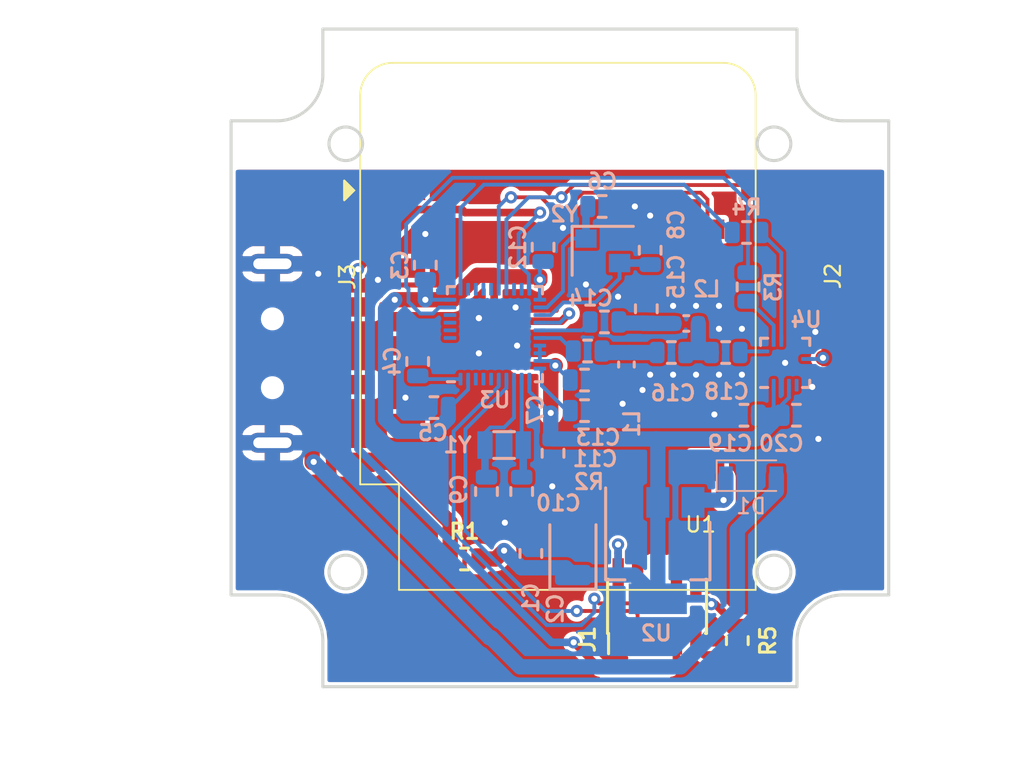
<source format=kicad_pcb>
(kicad_pcb (version 20171130) (host pcbnew 5.1.5-52549c5~86~ubuntu16.04.1)
  (layers (0 F.Cu signal) (31 B.Cu signal) (34 B.Paste user) (35 F.Paste user) (36 B.SilkS user) (37 F.SilkS user) (38 B.Mask user) (39 F.Mask user) (44 Edge.Cuts user))
  (net 0 "")
  (net 1 VCC)
  (net 2 GND)
  (net 3 "Net-(C4-Pad2)")
  (net 4 "Net-(C6-Pad2)")
  (net 5 "Net-(C8-Pad2)")
  (net 6 "Net-(C9-Pad2)")
  (net 7 "Net-(C10-Pad2)")
  (net 8 "Net-(C13-Pad2)")
  (net 9 "Net-(C13-Pad1)")
  (net 10 "Net-(C14-Pad2)")
  (net 11 "Net-(C14-Pad1)")
  (net 12 "Net-(C16-Pad2)")
  (net 13 "Net-(C18-Pad2)")
  (net 14 "Net-(J1-Pad10)")
  (net 15 "Net-(J1-Pad9)")
  (net 16 "Net-(J1-Pad8)")
  (net 17 /~RST)
  (net 18 "Net-(J1-Pad6)")
  (net 19 "Net-(J1-Pad5)")
  (net 20 /P2_1)
  (net 21 /P2_2)
  (net 22 "Net-(R1-Pad2)")
  (net 23 "Net-(R2-Pad2)")
  (net 24 /P1_1)
  (net 25 "Net-(R3-Pad1)")
  (net 26 /P1_0)
  (net 27 "Net-(R4-Pad1)")
  (net 28 /ESP_TX)
  (net 29 /ESP_RX)
  (net 30 "Net-(U1-Pad7)")
  (net 31 "Net-(U1-Pad6)")
  (net 32 "Net-(U1-Pad5)")
  (net 33 "Net-(U1-Pad4)")
  (net 34 "Net-(U1-Pad3)")
  (net 35 "Net-(U1-Pad1)")
  (net 36 "Net-(U1-Pad2)")
  (net 37 "Net-(U3-Pad38)")
  (net 38 "Net-(U3-Pad37)")
  (net 39 "Net-(U3-Pad36)")
  (net 40 "Net-(U3-Pad19)")
  (net 41 "Net-(U3-Pad18)")
  (net 42 "Net-(U3-Pad15)")
  (net 43 "Net-(U3-Pad14)")
  (net 44 "Net-(U3-Pad13)")
  (net 45 "Net-(U3-Pad12)")
  (net 46 "Net-(U3-Pad8)")
  (net 47 "Net-(U3-Pad7)")
  (net 48 "Net-(U3-Pad6)")
  (net 49 "Net-(U3-Pad5)")
  (net 50 "Net-(U4-Pad13)")
  (net 51 "Net-(J2-Pad1)")
  (net 52 "Net-(D1-Pad2)")
  (net 53 "Net-(D1-Pad1)")
  (net 54 "Net-(J3-Pad3)")
  (net 55 "Net-(J3-Pad2)")
  (module esp8266-cc2530:WEMOS_D1_mini_smt (layer F.Cu) (at 70.79 30.5)
    (fp_text reference U1 (at 20.76 21.85) (layer F.SilkS))
    (fp_text value WeMos_D1_mini)
    (pad 10 smd rect (at 24.51 15.24 90) (size 1.27 2.2) (layers F.Cu F.Paste F.Mask) (net 2 GND))
    (pad 12 smd rect (at 24.51 10.16 90) (size 1.27 2.2) (layers F.Cu F.Paste F.Mask) (net 2 GND))
    (pad 14 smd rect (at 24.51 5.08 90) (size 1.27 2.2) (layers F.Cu F.Paste F.Mask) (net 2 GND))
    (pad 9 smd rect (at 21.21 17.78 90) (size 1.27 2.2) (layers F.Cu F.Paste F.Mask) (net 53 "Net-(D1-Pad1)"))
    (pad 11 smd rect (at 21.21 12.7 90) (size 1.27 2.2) (layers F.Cu F.Paste F.Mask) (net 2 GND))
    (pad 13 smd rect (at 21.21 7.62 90) (size 1.27 2.2) (layers F.Cu F.Paste F.Mask) (net 2 GND))
    (pad 8 smd rect (at -1.65 17.78 90) (size 1.27 2.2) (layers F.Cu F.Paste F.Mask) (net 22 "Net-(R1-Pad2)"))
    (pad 6 smd rect (at -1.65 12.7 90) (size 1.27 2.2) (layers F.Cu F.Paste F.Mask) (net 31 "Net-(U1-Pad6)"))
    (pad 4 smd rect (at -1.65 7.62 90) (size 1.27 2.2) (layers F.Cu F.Paste F.Mask) (net 33 "Net-(U1-Pad4)"))
    (pad 7 smd rect (at 1.65 15.24 90) (size 1.27 2.2) (layers F.Cu F.Paste F.Mask) (net 30 "Net-(U1-Pad7)"))
    (pad 5 smd rect (at 1.65 10.16 90) (size 1.27 2.2) (layers F.Cu F.Paste F.Mask) (net 32 "Net-(U1-Pad5)"))
    (pad 3 smd rect (at 1.65 5.08 90) (size 1.27 2.2) (layers F.Cu F.Paste F.Mask) (net 34 "Net-(U1-Pad3)"))
    (pad 15 smd rect (at 21.21 2.54 90) (size 1.27 2.2) (layers F.Cu F.Paste F.Mask) (net 29 /ESP_RX))
    (pad 16 smd rect (at 24.51 0 90) (size 1.27 2.2) (layers F.Cu F.Paste F.Mask) (net 28 /ESP_TX))
    (pad 2 smd rect (at -1.65 2.54 90) (size 1.27 2.2) (layers F.Cu F.Paste F.Mask) (net 36 "Net-(U1-Pad2)"))
    (pad 1 smd rect (at 1.65 0 90) (size 1.27 2.2) (layers F.Cu F.Paste F.Mask) (net 35 "Net-(U1-Pad1)"))
  )
  (module esp8266-cc2530:Molex_48037-2200_USB-A (layer F.Cu) (at 63.55 41.15 270)
    (fp_text reference J3 (at -5 -4.9 90) (layer F.SilkS))
    (fp_text value USB_A)
    (pad 5 thru_hole oval (at -5.85 0 270) (size 1.3 3.2) (drill oval 0.7 2.5) (layers *.Cu *.Mask) (net 2 GND))
    (pad 5 thru_hole oval (at 5.85 0 270) (size 1.3 3.2) (drill oval 0.7 2.5) (layers *.Cu *.Mask) (net 2 GND))
    (pad "" np_thru_hole circle (at -2.25 0 270) (size 1.1 1.1) (drill 1.1) (layers *.Mask F.Cu))
    (pad "" np_thru_hole circle (at 2.25 0 270) (size 1.1 1.1) (drill 1.1) (layers *.Cu *.Mask))
    (pad 4 connect rect (at -3.5 -2.6 270) (size 1.2 2) (layers F.Cu F.Mask) (net 2 GND))
    (pad 3 connect rect (at -1 -2.6 270) (size 1.2 2) (layers F.Cu F.Mask) (net 54 "Net-(J3-Pad3)"))
    (pad 2 connect rect (at 1 -2.6 270) (size 1.2 2) (layers F.Cu F.Mask) (net 55 "Net-(J3-Pad2)"))
    (pad 1 connect rect (at 3.5 -2.6 270) (size 1.2 2) (layers F.Cu F.Mask) (net 52 "Net-(D1-Pad2)"))
  )
  (module Diode_SMD:D_SOD-123 (layer B.Cu) (at 94.85 49.15)
    (fp_text reference D1 (at 0 2) (layer B.SilkS) (effects (justify mirror)))
    (fp_text value B5819W)
    (pad 2 smd rect (at 1.65 0) (size 0.9 1.2) (layers B.Cu B.Paste B.Mask) (net 52 "Net-(D1-Pad2)"))
    (pad 1 smd rect (at -1.65 0) (size 0.9 1.2) (layers B.Cu B.Paste B.Mask) (net 53 "Net-(D1-Pad1)"))
  )
  (module Package_DFN_QFN:QFN-40-1EP_6x6mm_P0.5mm_EP4.6x4.6mm (layer B.Cu) (at 78.1 39.9)
    (fp_text reference U3 (at 0 4.3) (layer B.SilkS) (effects (font (thickness 0.2)) (justify mirror)))
    (fp_text value CC2530Fxxx)
    (pad 41 smd roundrect (at 0 0) (size 4.6 4.6) (layers B.Cu B.Mask) (roundrect_rratio 0.054348) (net 2 GND))
    (pad 1 smd roundrect (at -2.9375 2.25) (size 0.825 0.25) (layers B.Cu B.Paste B.Mask) (net 2 GND))
    (pad 2 smd roundrect (at -2.9375 1.75) (size 0.825 0.25) (layers B.Cu B.Paste B.Mask) (net 2 GND))
    (pad 3 smd roundrect (at -2.9375 1.25) (size 0.825 0.25) (layers B.Cu B.Paste B.Mask) (net 2 GND))
    (pad 4 smd roundrect (at -2.9375 0.75) (size 0.825 0.25) (layers B.Cu B.Paste B.Mask) (net 2 GND))
    (pad 5 smd roundrect (at -2.9375 0.25) (size 0.825 0.25) (layers B.Cu B.Paste B.Mask) (net 49 "Net-(U3-Pad5)"))
    (pad 6 smd roundrect (at -2.9375 -0.25) (size 0.825 0.25) (layers B.Cu B.Paste B.Mask) (net 48 "Net-(U3-Pad6)"))
    (pad 7 smd roundrect (at -2.9375 -0.75) (size 0.825 0.25) (layers B.Cu B.Paste B.Mask) (net 47 "Net-(U3-Pad7)"))
    (pad 8 smd roundrect (at -2.9375 -1.25) (size 0.825 0.25) (layers B.Cu B.Paste B.Mask) (net 46 "Net-(U3-Pad8)"))
    (pad 9 smd roundrect (at -2.9375 -1.75) (size 0.825 0.25) (layers B.Cu B.Paste B.Mask) (net 24 /P1_1))
    (pad 10 smd roundrect (at -2.9375 -2.25) (size 0.825 0.25) (layers B.Cu B.Paste B.Mask) (net 1 VCC))
    (pad 11 smd roundrect (at -2.25 -2.9375) (size 0.25 0.825) (layers B.Cu B.Paste B.Mask) (net 26 /P1_0))
    (pad 12 smd roundrect (at -1.75 -2.9375) (size 0.25 0.825) (layers B.Cu B.Paste B.Mask) (net 45 "Net-(U3-Pad12)"))
    (pad 13 smd roundrect (at -1.25 -2.9375) (size 0.25 0.825) (layers B.Cu B.Paste B.Mask) (net 44 "Net-(U3-Pad13)"))
    (pad 14 smd roundrect (at -0.75 -2.9375) (size 0.25 0.825) (layers B.Cu B.Paste B.Mask) (net 43 "Net-(U3-Pad14)"))
    (pad 15 smd roundrect (at -0.25 -2.9375) (size 0.25 0.825) (layers B.Cu B.Paste B.Mask) (net 42 "Net-(U3-Pad15)"))
    (pad 16 smd roundrect (at 0.25 -2.9375) (size 0.25 0.825) (layers B.Cu B.Paste B.Mask) (net 29 /ESP_RX))
    (pad 17 smd roundrect (at 0.75 -2.9375) (size 0.25 0.825) (layers B.Cu B.Paste B.Mask) (net 28 /ESP_TX))
    (pad 18 smd roundrect (at 1.25 -2.9375) (size 0.25 0.825) (layers B.Cu B.Paste B.Mask) (net 41 "Net-(U3-Pad18)"))
    (pad 19 smd roundrect (at 1.75 -2.9375) (size 0.25 0.825) (layers B.Cu B.Paste B.Mask) (net 40 "Net-(U3-Pad19)"))
    (pad 20 smd roundrect (at 2.25 -2.9375) (size 0.25 0.825) (layers B.Cu B.Paste B.Mask) (net 17 /~RST))
    (pad 21 smd roundrect (at 2.9375 -2.25) (size 0.825 0.25) (layers B.Cu B.Paste B.Mask) (net 1 VCC))
    (pad 22 smd roundrect (at 2.9375 -1.75) (size 0.825 0.25) (layers B.Cu B.Paste B.Mask) (net 4 "Net-(C6-Pad2)"))
    (pad 23 smd roundrect (at 2.9375 -1.25) (size 0.825 0.25) (layers B.Cu B.Paste B.Mask) (net 5 "Net-(C8-Pad2)"))
    (pad 24 smd roundrect (at 2.9375 -0.75) (size 0.825 0.25) (layers B.Cu B.Paste B.Mask) (net 1 VCC))
    (pad 25 smd roundrect (at 2.9375 -0.25) (size 0.825 0.25) (layers B.Cu B.Paste B.Mask) (net 11 "Net-(C14-Pad1)"))
    (pad 26 smd roundrect (at 2.9375 0.25) (size 0.825 0.25) (layers B.Cu B.Paste B.Mask) (net 9 "Net-(C13-Pad1)"))
    (pad 27 smd roundrect (at 2.9375 0.75) (size 0.825 0.25) (layers B.Cu B.Paste B.Mask) (net 1 VCC))
    (pad 28 smd roundrect (at 2.9375 1.25) (size 0.825 0.25) (layers B.Cu B.Paste B.Mask) (net 1 VCC))
    (pad 29 smd roundrect (at 2.9375 1.75) (size 0.825 0.25) (layers B.Cu B.Paste B.Mask) (net 1 VCC))
    (pad 30 smd roundrect (at 2.9375 2.25) (size 0.825 0.25) (layers B.Cu B.Paste B.Mask) (net 23 "Net-(R2-Pad2)"))
    (pad 31 smd roundrect (at 2.25 2.9375) (size 0.25 0.825) (layers B.Cu B.Paste B.Mask) (net 1 VCC))
    (pad 32 smd roundrect (at 1.75 2.9375) (size 0.25 0.825) (layers B.Cu B.Paste B.Mask) (net 7 "Net-(C10-Pad2)"))
    (pad 33 smd roundrect (at 1.25 2.9375) (size 0.25 0.825) (layers B.Cu B.Paste B.Mask) (net 6 "Net-(C9-Pad2)"))
    (pad 34 smd roundrect (at 0.75 2.9375) (size 0.25 0.825) (layers B.Cu B.Paste B.Mask) (net 21 /P2_2))
    (pad 35 smd roundrect (at 0.25 2.9375) (size 0.25 0.825) (layers B.Cu B.Paste B.Mask) (net 20 /P2_1))
    (pad 36 smd roundrect (at -0.25 2.9375) (size 0.25 0.825) (layers B.Cu B.Paste B.Mask) (net 39 "Net-(U3-Pad36)"))
    (pad 37 smd roundrect (at -0.75 2.9375) (size 0.25 0.825) (layers B.Cu B.Paste B.Mask) (net 38 "Net-(U3-Pad37)"))
    (pad 38 smd roundrect (at -1.25 2.9375) (size 0.25 0.825) (layers B.Cu B.Paste B.Mask) (net 37 "Net-(U3-Pad38)"))
    (pad 39 smd roundrect (at -1.75 2.9375) (size 0.25 0.825) (layers B.Cu B.Paste B.Mask) (net 1 VCC))
    (pad 40 smd roundrect (at -2.25 2.9375) (size 0.25 0.825) (layers B.Cu B.Paste B.Mask) (net 3 "Net-(C4-Pad2)"))
  )
  (module "esp8266-cc2530:CON-SMA-EDGE-S(RP)" (layer F.Cu) (at 101.45 41.25 270)
    (fp_text reference J2 (at -5.15 1.25 90) (layer F.SilkS))
    (fp_text value Conn_Coaxial)
    (pad 2 connect rect (at 2.7 0 270) (size 1.5 4) (layers B.Cu B.Mask) (net 2 GND))
    (pad 2 connect rect (at -2.7 0 270) (size 1.5 4) (layers B.Cu B.Mask) (net 2 GND))
    (pad 2 connect rect (at -2.7 0 270) (size 1.5 4) (layers F.Cu F.Mask) (net 2 GND))
    (pad 2 connect rect (at 2.7 0 270) (size 1.5 4) (layers F.Cu F.Mask) (net 2 GND))
    (pad 1 connect rect (at 0 0 270) (size 1.5 4) (layers F.Cu F.Mask) (net 51 "Net-(J2-Pad1)"))
  )
  (module Capacitor_SMD:C_0805_2012Metric (layer B.Cu) (at 89.6375 41.1)
    (fp_text reference C16 (at 0.1125 2.65) (layer B.SilkS) (effects (font (thickness 0.2)) (justify mirror)))
    (fp_text value 1p)
    (pad 1 smd roundrect (at -0.9375 0) (size 0.975 1.4) (layers B.Cu B.Paste B.Mask) (net 8 "Net-(C13-Pad2)"))
    (pad 2 smd roundrect (at 0.9375 0) (size 0.975 1.4) (layers B.Cu B.Paste B.Mask) (net 12 "Net-(C16-Pad2)"))
  )
  (module Resistor_SMD:R_0805_2012Metric (layer F.Cu) (at 93.95 59.9375 270)
    (fp_text reference R5 (at 0.0125 -2 90) (layer F.SilkS) (effects (font (thickness 0.2))))
    (fp_text value DNP)
    (pad 2 smd roundrect (at 0.9375 0 270) (size 0.975 1.4) (layers F.Cu F.Paste F.Mask) (net 15 "Net-(J1-Pad9)"))
    (pad 1 smd roundrect (at -0.9375 0 270) (size 0.975 1.4) (layers F.Cu F.Paste F.Mask) (net 1 VCC))
  )
  (module Connector_PinHeader_1.27mm:PinHeader_2x05_P1.27mm_Vertical_SMD (layer F.Cu) (at 88.7 57.7 90)
    (fp_text reference J1 (at -2.15 -4.55 90) (layer F.SilkS) (effects (font (thickness 0.2))))
    (fp_text value CC2530_programmingHeader)
    (pad 10 smd rect (at 1.95 2.54 90) (size 2.4 0.74) (layers F.Cu F.Paste F.Mask) (net 14 "Net-(J1-Pad10)"))
    (pad 9 smd rect (at -1.95 2.54 90) (size 2.4 0.74) (layers F.Cu F.Paste F.Mask) (net 15 "Net-(J1-Pad9)"))
    (pad 8 smd rect (at 1.95 1.27 90) (size 2.4 0.74) (layers F.Cu F.Paste F.Mask) (net 16 "Net-(J1-Pad8)"))
    (pad 7 smd rect (at -1.95 1.27 90) (size 2.4 0.74) (layers F.Cu F.Paste F.Mask) (net 17 /~RST))
    (pad 6 smd rect (at 1.95 0 90) (size 2.4 0.74) (layers F.Cu F.Paste F.Mask) (net 18 "Net-(J1-Pad6)"))
    (pad 5 smd rect (at -1.95 0 90) (size 2.4 0.74) (layers F.Cu F.Paste F.Mask) (net 19 "Net-(J1-Pad5)"))
    (pad 4 smd rect (at 1.95 -1.27 90) (size 2.4 0.74) (layers F.Cu F.Paste F.Mask) (net 20 /P2_1))
    (pad 3 smd rect (at -1.95 -1.27 90) (size 2.4 0.74) (layers F.Cu F.Paste F.Mask) (net 21 /P2_2))
    (pad 2 smd rect (at 1.95 -2.54 90) (size 2.4 0.74) (layers F.Cu F.Paste F.Mask) (net 1 VCC))
    (pad 1 smd rect (at -1.95 -2.54 90) (size 2.4 0.74) (layers F.Cu F.Paste F.Mask) (net 2 GND))
  )
  (module Crystal:Crystal_SMD_SeikoEpson_FA238-4Pin_3.2x2.5mm (layer B.Cu) (at 85.15 34.45)
    (fp_text reference Y2 (at -2.5 -2.4 180) (layer B.SilkS) (effects (font (thickness 0.2)) (justify mirror)))
    (fp_text value 32MHz)
    (pad 1 smd rect (at -1.1 -0.8) (size 1.4 1.2) (layers B.Cu B.Paste B.Mask) (net 4 "Net-(C6-Pad2)"))
    (pad 2 smd rect (at 1.1 -0.8) (size 1.4 1.2) (layers B.Cu B.Paste B.Mask) (net 2 GND))
    (pad 3 smd rect (at 1.1 0.8) (size 1.4 1.2) (layers B.Cu B.Paste B.Mask) (net 5 "Net-(C8-Pad2)"))
    (pad 4 smd rect (at -1.1 0.8) (size 1.4 1.2) (layers B.Cu B.Paste B.Mask) (net 2 GND))
  )
  (module Crystal:Crystal_SMD_3215-2Pin_3.2x1.5mm (layer B.Cu) (at 78.7 47.15 180)
    (fp_text reference Y1 (at 3.05 0) (layer B.SilkS) (effects (font (thickness 0.2)) (justify mirror)))
    (fp_text value 32.768kHz)
    (pad 1 smd rect (at 1.25 0 180) (size 1 1.8) (layers B.Cu B.Paste B.Mask) (net 6 "Net-(C9-Pad2)"))
    (pad 2 smd rect (at -1.25 0 180) (size 1 1.8) (layers B.Cu B.Paste B.Mask) (net 7 "Net-(C10-Pad2)"))
  )
  (module Package_DFN_QFN:QFN-16-1EP_3x3mm_P0.5mm_EP1.7x1.7mm (layer B.Cu) (at 97.075 41.775)
    (fp_text reference U4 (at 1.375 -2.825) (layer B.SilkS) (effects (font (thickness 0.2)) (justify mirror)))
    (fp_text value RFX2401C)
    (pad 17 smd roundrect (at 0 0) (size 1.7 1.7) (layers B.Cu B.Mask) (roundrect_rratio 0.147059) (net 2 GND))
    (pad 1 smd roundrect (at -1.4625 0.75) (size 0.825 0.25) (layers B.Cu B.Paste B.Mask) (net 2 GND))
    (pad 2 smd roundrect (at -1.4625 0.25) (size 0.825 0.25) (layers B.Cu B.Paste B.Mask) (net 2 GND))
    (pad 3 smd roundrect (at -1.4625 -0.25) (size 0.825 0.25) (layers B.Cu B.Paste B.Mask) (net 2 GND))
    (pad 4 smd roundrect (at -1.4625 -0.75) (size 0.825 0.25) (layers B.Cu B.Paste B.Mask) (net 13 "Net-(C18-Pad2)"))
    (pad 5 smd roundrect (at -0.75 -1.4625) (size 0.25 0.825) (layers B.Cu B.Paste B.Mask) (net 25 "Net-(R3-Pad1)"))
    (pad 6 smd roundrect (at -0.25 -1.4625) (size 0.25 0.825) (layers B.Cu B.Paste B.Mask) (net 27 "Net-(R4-Pad1)"))
    (pad 7 smd roundrect (at 0.25 -1.4625) (size 0.25 0.825) (layers B.Cu B.Paste B.Mask) (net 2 GND))
    (pad 8 smd roundrect (at 0.75 -1.4625) (size 0.25 0.825) (layers B.Cu B.Paste B.Mask) (net 2 GND))
    (pad 9 smd roundrect (at 1.4625 -0.75) (size 0.825 0.25) (layers B.Cu B.Paste B.Mask) (net 2 GND))
    (pad 10 smd roundrect (at 1.4625 -0.25) (size 0.825 0.25) (layers B.Cu B.Paste B.Mask) (net 51 "Net-(J2-Pad1)"))
    (pad 11 smd roundrect (at 1.4625 0.25) (size 0.825 0.25) (layers B.Cu B.Paste B.Mask) (net 2 GND))
    (pad 12 smd roundrect (at 1.4625 0.75) (size 0.825 0.25) (layers B.Cu B.Paste B.Mask) (net 2 GND))
    (pad 13 smd roundrect (at 0.75 1.4625) (size 0.25 0.825) (layers B.Cu B.Paste B.Mask) (net 50 "Net-(U4-Pad13)"))
    (pad 14 smd roundrect (at 0.25 1.4625) (size 0.25 0.825) (layers B.Cu B.Paste B.Mask) (net 1 VCC))
    (pad 15 smd roundrect (at -0.25 1.4625) (size 0.25 0.825) (layers B.Cu B.Paste B.Mask) (net 2 GND))
    (pad 16 smd roundrect (at -0.75 1.4625) (size 0.25 0.825) (layers B.Cu B.Paste B.Mask) (net 1 VCC))
  )
  (module Package_TO_SOT_SMD:SOT-223-3_TabPin2 (layer B.Cu) (at 88.75 54.05 270)
    (fp_text reference U2 (at 5.4 0.1) (layer B.SilkS) (effects (font (thickness 0.2)) (justify mirror)))
    (fp_text value AMS1117-3.3)
    (pad 1 smd rect (at -3.15 2.3 270) (size 2 1.5) (layers B.Cu B.Paste B.Mask) (net 2 GND))
    (pad 3 smd rect (at -3.15 -2.3 270) (size 2 1.5) (layers B.Cu B.Paste B.Mask) (net 53 "Net-(D1-Pad1)"))
    (pad 2 smd rect (at -3.15 0 270) (size 2 1.5) (layers B.Cu B.Paste B.Mask) (net 1 VCC))
    (pad 2 smd rect (at 3.15 0 270) (size 2 3.8) (layers B.Cu B.Paste B.Mask) (net 1 VCC))
  )
  (module Resistor_SMD:R_0805_2012Metric (layer B.Cu) (at 94.55 33.25 180)
    (fp_text reference R4 (at 0 1.65) (layer B.SilkS) (effects (font (thickness 0.2)) (justify mirror)))
    (fp_text value 1k)
    (pad 1 smd roundrect (at -0.9375 0 180) (size 0.975 1.4) (layers B.Cu B.Paste B.Mask) (net 27 "Net-(R4-Pad1)"))
    (pad 2 smd roundrect (at 0.9375 0 180) (size 0.975 1.4) (layers B.Cu B.Paste B.Mask) (net 26 /P1_0))
  )
  (module Resistor_SMD:R_0805_2012Metric (layer B.Cu) (at 94.65 36.8125 90)
    (fp_text reference R3 (at 0 1.65 90) (layer B.SilkS) (effects (font (thickness 0.2)) (justify mirror)))
    (fp_text value 1k)
    (pad 1 smd roundrect (at -0.9375 0 90) (size 0.975 1.4) (layers B.Cu B.Paste B.Mask) (net 25 "Net-(R3-Pad1)"))
    (pad 2 smd roundrect (at 0.9375 0 90) (size 0.975 1.4) (layers B.Cu B.Paste B.Mask) (net 24 /P1_1))
  )
  (module Resistor_SMD:R_0805_2012Metric (layer B.Cu) (at 83.9625 44.9 180)
    (fp_text reference R2 (at -0.2875 -4.65) (layer B.SilkS) (effects (font (thickness 0.2)) (justify mirror)))
    (fp_text value 56k)
    (pad 2 smd roundrect (at 0.9375 0 180) (size 0.975 1.4) (layers B.Cu B.Paste B.Mask) (net 23 "Net-(R2-Pad2)"))
    (pad 1 smd roundrect (at -0.9375 0 180) (size 0.975 1.4) (layers B.Cu B.Paste B.Mask) (net 2 GND))
  )
  (module Resistor_SMD:R_0805_2012Metric (layer F.Cu) (at 76.1125 54.6 180)
    (fp_text reference R1 (at 0 1.8) (layer F.SilkS) (effects (font (thickness 0.2))))
    (fp_text value DNP)
    (pad 2 smd roundrect (at 0.9375 0 180) (size 0.975 1.4) (layers F.Cu F.Paste F.Mask) (net 22 "Net-(R1-Pad2)"))
    (pad 1 smd roundrect (at -0.9375 0 180) (size 0.975 1.4) (layers F.Cu F.Paste F.Mask) (net 1 VCC))
  )
  (module Inductor_SMD:L_0603_1608Metric (layer B.Cu) (at 90.6125 39.2 180)
    (fp_text reference L2 (at -1.3375 2.25) (layer B.SilkS) (effects (font (thickness 0.2)) (justify mirror)))
    (fp_text value 2n)
    (pad 1 smd roundrect (at -0.7875 0 180) (size 0.875 0.95) (layers B.Cu B.Paste B.Mask) (net 12 "Net-(C16-Pad2)"))
    (pad 2 smd roundrect (at 0.7875 0 180) (size 0.875 0.95) (layers B.Cu B.Paste B.Mask) (net 10 "Net-(C14-Pad2)"))
  )
  (module Inductor_SMD:L_0603_1608Metric (layer B.Cu) (at 86.7 41.8875 270)
    (fp_text reference L1 (at 3.8625 -0.35 270) (layer B.SilkS) (effects (font (thickness 0.2)) (justify mirror)))
    (fp_text value 2n)
    (pad 1 smd roundrect (at -0.7875 0 270) (size 0.875 0.95) (layers B.Cu B.Paste B.Mask) (net 8 "Net-(C13-Pad2)"))
    (pad 2 smd roundrect (at 0.7875 0 270) (size 0.875 0.95) (layers B.Cu B.Paste B.Mask) (net 2 GND))
  )
  (module Capacitor_SMD:C_0805_2012Metric (layer B.Cu) (at 97.8125 45.2)
    (fp_text reference C20 (at -0.9875 1.85 180) (layer B.SilkS) (effects (font (thickness 0.2)) (justify mirror)))
    (fp_text value 1u)
    (pad 1 smd roundrect (at -0.9375 0) (size 0.975 1.4) (layers B.Cu B.Paste B.Mask) (net 1 VCC))
    (pad 2 smd roundrect (at 0.9375 0) (size 0.975 1.4) (layers B.Cu B.Paste B.Mask) (net 2 GND))
  )
  (module Capacitor_SMD:C_0805_2012Metric (layer B.Cu) (at 94.3875 45.2 180)
    (fp_text reference C19 (at 0.9125 -1.85) (layer B.SilkS) (effects (font (thickness 0.2)) (justify mirror)))
    (fp_text value 1u)
    (pad 1 smd roundrect (at -0.9375 0 180) (size 0.975 1.4) (layers B.Cu B.Paste B.Mask) (net 1 VCC))
    (pad 2 smd roundrect (at 0.9375 0 180) (size 0.975 1.4) (layers B.Cu B.Paste B.Mask) (net 2 GND))
  )
  (module Capacitor_SMD:C_0805_2012Metric (layer B.Cu) (at 93.1875 41.1)
    (fp_text reference C18 (at 0.0625 2.55) (layer B.SilkS) (effects (font (thickness 0.2)) (justify mirror)))
    (fp_text value 2.0p)
    (pad 1 smd roundrect (at -0.9375 0) (size 0.975 1.4) (layers B.Cu B.Paste B.Mask) (net 12 "Net-(C16-Pad2)"))
    (pad 2 smd roundrect (at 0.9375 0) (size 0.975 1.4) (layers B.Cu B.Paste B.Mask) (net 13 "Net-(C18-Pad2)"))
  )
  (module Capacitor_SMD:C_0805_2012Metric (layer B.Cu) (at 88 38.2375 90)
    (fp_text reference C15 (at 2.0875 1.95 270) (layer B.SilkS) (effects (font (thickness 0.2)) (justify mirror)))
    (fp_text value 1p)
    (pad 1 smd roundrect (at -0.9375 0 90) (size 0.975 1.4) (layers B.Cu B.Paste B.Mask) (net 10 "Net-(C14-Pad2)"))
    (pad 2 smd roundrect (at 0.9375 0 90) (size 0.975 1.4) (layers B.Cu B.Paste B.Mask) (net 2 GND))
  )
  (module Capacitor_SMD:C_0805_2012Metric (layer B.Cu) (at 85.2625 39.1)
    (fp_text reference C14 (at -0.9125 -1.55) (layer B.SilkS) (effects (font (thickness 0.2)) (justify mirror)))
    (fp_text value 18p)
    (pad 1 smd roundrect (at -0.9375 0) (size 0.975 1.4) (layers B.Cu B.Paste B.Mask) (net 11 "Net-(C14-Pad1)"))
    (pad 2 smd roundrect (at 0.9375 0) (size 0.975 1.4) (layers B.Cu B.Paste B.Mask) (net 10 "Net-(C14-Pad2)"))
  )
  (module Capacitor_SMD:C_0805_2012Metric (layer B.Cu) (at 84.1625 41)
    (fp_text reference C13 (at 0.6875 5.65) (layer B.SilkS) (effects (font (thickness 0.2)) (justify mirror)))
    (fp_text value 18p)
    (pad 1 smd roundrect (at -0.9375 0) (size 0.975 1.4) (layers B.Cu B.Paste B.Mask) (net 9 "Net-(C13-Pad1)"))
    (pad 2 smd roundrect (at 0.9375 0) (size 0.975 1.4) (layers B.Cu B.Paste B.Mask) (net 8 "Net-(C13-Pad2)"))
  )
  (module Capacitor_SMD:C_0805_2012Metric (layer B.Cu) (at 81.25 34.2125 270)
    (fp_text reference C12 (at 0 1.65 90) (layer B.SilkS) (effects (font (thickness 0.2)) (justify mirror)))
    (fp_text value 1u)
    (pad 1 smd roundrect (at -0.9375 0 270) (size 0.975 1.4) (layers B.Cu B.Paste B.Mask) (net 2 GND))
    (pad 2 smd roundrect (at 0.9375 0 270) (size 0.975 1.4) (layers B.Cu B.Paste B.Mask) (net 1 VCC))
  )
  (module Capacitor_SMD:C_0805_2012Metric (layer B.Cu) (at 83.9625 42.9)
    (fp_text reference C11 (at 0.6875 5.15) (layer B.SilkS) (effects (font (thickness 0.2)) (justify mirror)))
    (fp_text value 1u)
    (pad 1 smd roundrect (at -0.9375 0) (size 0.975 1.4) (layers B.Cu B.Paste B.Mask) (net 1 VCC))
    (pad 2 smd roundrect (at 0.9375 0) (size 0.975 1.4) (layers B.Cu B.Paste B.Mask) (net 2 GND))
  )
  (module Capacitor_SMD:C_0805_2012Metric (layer B.Cu) (at 79.85 50.1875 90)
    (fp_text reference C10 (at -0.7625 2.4) (layer B.SilkS) (effects (font (thickness 0.2)) (justify mirror)))
    (fp_text value 27p)
    (pad 1 smd roundrect (at -0.9375 0 90) (size 0.975 1.4) (layers B.Cu B.Paste B.Mask) (net 2 GND))
    (pad 2 smd roundrect (at 0.9375 0 90) (size 0.975 1.4) (layers B.Cu B.Paste B.Mask) (net 7 "Net-(C10-Pad2)"))
  )
  (module Capacitor_SMD:C_0805_2012Metric (layer B.Cu) (at 77.55 50.1875 90)
    (fp_text reference C9 (at 0.1375 -1.8 270) (layer B.SilkS) (effects (font (thickness 0.2)) (justify mirror)))
    (fp_text value 27p)
    (pad 1 smd roundrect (at -0.9375 0 90) (size 0.975 1.4) (layers B.Cu B.Paste B.Mask) (net 2 GND))
    (pad 2 smd roundrect (at 0.9375 0 90) (size 0.975 1.4) (layers B.Cu B.Paste B.Mask) (net 6 "Net-(C9-Pad2)"))
  )
  (module Capacitor_SMD:C_0805_2012Metric (layer B.Cu) (at 88.25 34.4125 270)
    (fp_text reference C8 (at -1.6625 -1.7 270) (layer B.SilkS) (effects (font (thickness 0.2)) (justify mirror)))
    (fp_text value 15p)
    (pad 1 smd roundrect (at -0.9375 0 270) (size 0.975 1.4) (layers B.Cu B.Paste B.Mask) (net 2 GND))
    (pad 2 smd roundrect (at 0.9375 0 270) (size 0.975 1.4) (layers B.Cu B.Paste B.Mask) (net 5 "Net-(C8-Pad2)"))
  )
  (module Capacitor_SMD:C_0805_2012Metric (layer B.Cu) (at 81.9 47.6875 270)
    (fp_text reference C7 (at -2.8375 1.15 90) (layer B.SilkS) (effects (font (thickness 0.2)) (justify mirror)))
    (fp_text value 1u)
    (pad 1 smd roundrect (at -0.9375 0 270) (size 0.975 1.4) (layers B.Cu B.Paste B.Mask) (net 1 VCC))
    (pad 2 smd roundrect (at 0.9375 0 270) (size 0.975 1.4) (layers B.Cu B.Paste B.Mask) (net 2 GND))
  )
  (module Capacitor_SMD:C_0805_2012Metric (layer B.Cu) (at 85.1125 31.55 180)
    (fp_text reference C6 (at 0 1.65) (layer B.SilkS) (effects (font (thickness 0.2)) (justify mirror)))
    (fp_text value 15p)
    (pad 1 smd roundrect (at -0.9375 0 180) (size 0.975 1.4) (layers B.Cu B.Paste B.Mask) (net 2 GND))
    (pad 2 smd roundrect (at 0.9375 0 180) (size 0.975 1.4) (layers B.Cu B.Paste B.Mask) (net 4 "Net-(C6-Pad2)"))
  )
  (module Capacitor_SMD:C_0805_2012Metric (layer B.Cu) (at 74.1125 44.7 180)
    (fp_text reference C5 (at 0.0625 -1.65) (layer B.SilkS) (effects (font (thickness 0.2)) (justify mirror)))
    (fp_text value 1u)
    (pad 1 smd roundrect (at -0.9375 0 180) (size 0.975 1.4) (layers B.Cu B.Paste B.Mask) (net 1 VCC))
    (pad 2 smd roundrect (at 0.9375 0 180) (size 0.975 1.4) (layers B.Cu B.Paste B.Mask) (net 2 GND))
  )
  (module Capacitor_SMD:C_0805_2012Metric (layer B.Cu) (at 73.05 41.6875 270)
    (fp_text reference C4 (at 0 1.65 270) (layer B.SilkS) (effects (font (thickness 0.2)) (justify mirror)))
    (fp_text value 1u)
    (pad 1 smd roundrect (at -0.9375 0 270) (size 0.975 1.4) (layers B.Cu B.Paste B.Mask) (net 2 GND))
    (pad 2 smd roundrect (at 0.9375 0 270) (size 0.975 1.4) (layers B.Cu B.Paste B.Mask) (net 3 "Net-(C4-Pad2)"))
  )
  (module Capacitor_SMD:C_0805_2012Metric (layer B.Cu) (at 73.55 35.3875 270)
    (fp_text reference C3 (at 0 1.65 270) (layer B.SilkS) (effects (font (thickness 0.2)) (justify mirror)))
    (fp_text value 1u)
    (pad 1 smd roundrect (at -0.9375 0 270) (size 0.975 1.4) (layers B.Cu B.Paste B.Mask) (net 2 GND))
    (pad 2 smd roundrect (at 0.9375 0 270) (size 0.975 1.4) (layers B.Cu B.Paste B.Mask) (net 1 VCC))
  )
  (module Capacitor_Tantalum_SMD:CP_EIA-3528-21_Kemet-B (layer B.Cu) (at 83.2 54.1125 90)
    (fp_text reference C2 (at -3.7375 -1.15 90) (layer B.SilkS) (effects (font (thickness 0.2)) (justify mirror)))
    (fp_text value 100u)
    (pad 2 smd roundrect (at 1.5375 0 90) (size 1.325 2.35) (layers B.Cu B.Paste B.Mask) (roundrect_rratio 0.188679) (net 2 GND))
    (pad 1 smd roundrect (at -1.5375 0 90) (size 1.325 2.35) (layers B.Cu B.Paste B.Mask) (roundrect_rratio 0.188679) (net 1 VCC))
  )
  (module Capacitor_SMD:C_0805_2012Metric (layer B.Cu) (at 80.45 54.2375 270)
    (fp_text reference C1 (at 2.9125 0 90) (layer B.SilkS) (effects (font (thickness 0.2)) (justify mirror)))
    (fp_text value 1u)
    (pad 2 smd roundrect (at 0.9375 0 270) (size 0.975 1.4) (layers B.Cu B.Paste B.Mask) (net 1 VCC))
    (pad 1 smd roundrect (at -0.9375 0 270) (size 0.975 1.4) (layers B.Cu B.Paste B.Mask) (net 2 GND))
  )
  (gr_line (start 103.85 56.95) (end 103.85 25.95) (layer Edge.Cuts) (width 0.2))
  (gr_line (start 97.85 22.95) (end 97.85 19.95) (layer Edge.Cuts) (width 0.2))
  (gr_line (start 103.85 25.95) (end 100.85 25.95) (layer Edge.Cuts) (width 0.2))
  (gr_line (start 60.85 56.95) (end 63.85 56.95) (layer Edge.Cuts) (width 0.2))
  (gr_circle (center 68.35 55.45) (end 69.45 55.45) (layer Edge.Cuts) (width 0.2))
  (gr_line (start 66.85 19.95) (end 66.85 22.95) (layer Edge.Cuts) (width 0.2))
  (gr_circle (center 96.35 27.45) (end 97.45 27.45) (layer Edge.Cuts) (width 0.2))
  (gr_arc (start 63.85 22.95) (end 63.85 25.95) (angle -90) (layer Edge.Cuts) (width 0.2))
  (gr_circle (center 68.35 27.45) (end 69.45 27.45) (layer Edge.Cuts) (width 0.2))
  (gr_line (start 100.85 56.95) (end 103.85 56.95) (layer Edge.Cuts) (width 0.2))
  (gr_arc (start 100.85 22.95) (end 97.85 22.95) (angle -90) (layer Edge.Cuts) (width 0.2))
  (gr_line (start 97.85 19.95) (end 66.85 19.95) (layer Edge.Cuts) (width 0.2))
  (gr_circle (center 96.35 55.45) (end 97.45 55.45) (layer Edge.Cuts) (width 0.2))
  (gr_line (start 97.85 62.95) (end 97.85 59.95) (layer Edge.Cuts) (width 0.2))
  (gr_line (start 60.85 25.95) (end 60.85 56.95) (layer Edge.Cuts) (width 0.2))
  (gr_line (start 66.85 59.95) (end 66.85 62.95) (layer Edge.Cuts) (width 0.2))
  (gr_arc (start 63.85 59.95) (end 66.85 59.95) (angle -90) (layer Edge.Cuts) (width 0.2))
  (gr_arc (start 100.85 59.95) (end 100.85 56.95) (angle -90) (layer Edge.Cuts) (width 0.2))
  (gr_line (start 66.85 62.95) (end 97.85 62.95) (layer Edge.Cuts) (width 0.2))
  (gr_line (start 63.85 25.95) (end 60.85 25.95) (layer Edge.Cuts) (width 0.2))
  (via (at 99.05 39.75) (size 0.8) (drill 0.4) (layers F.Cu B.Cu) (net 2))
  (via (at 98.85 43.35) (size 0.8) (drill 0.4) (layers F.Cu B.Cu) (net 2))
  (via (at 70.45 36.35) (size 0.8) (drill 0.4) (layers F.Cu B.Cu) (net 2))
  (via (at 66.55 35.95) (size 0.8) (drill 0.4) (layers F.Cu B.Cu) (net 2))
  (segment (start 96.325 44.675) (end 95.8 45.2) (width 0.25) (layer B.Cu) (net 1))
  (segment (start 96.325 43.2375) (end 96.325 44.675) (width 0.25) (layer B.Cu) (net 1))
  (segment (start 81.0375 40.65) (end 81.0375 41.15) (width 0.25) (layer B.Cu) (net 1))
  (segment (start 81.0375 41.15) (end 81.0375 41.65) (width 0.25) (layer B.Cu) (net 1))
  (segment (start 83 42.9) (end 83.025 42.9) (width 0.25) (layer B.Cu) (net 1))
  (segment (start 81.0375 41.65) (end 81.75 41.65) (width 0.25) (layer B.Cu) (net 1))
  (segment (start 76.35 43.5125) (end 75.1625 44.7) (width 0.25) (layer B.Cu) (net 1))
  (segment (start 76.35 42.8375) (end 76.35 43.5125) (width 0.25) (layer B.Cu) (net 1))
  (segment (start 81.0375 35.3625) (end 81.25 35.15) (width 0.25) (layer B.Cu) (net 1))
  (segment (start 80.35 42.8375) (end 80.35 43.15) (width 0.25) (layer B.Cu) (net 1))
  (segment (start 80.35 43.65) (end 81.75 45.05) (width 0.25) (layer B.Cu) (net 1))
  (segment (start 80.35 42.8375) (end 80.35 43.65) (width 0.25) (layer B.Cu) (net 1))
  (segment (start 82.35 39.15) (end 82.95 38.55) (width 0.25) (layer B.Cu) (net 1))
  (segment (start 81.0375 39.15) (end 82.35 39.15) (width 0.25) (layer B.Cu) (net 1))
  (segment (start 81.0375 36.3375) (end 81.0375 35.3625) (width 0.25) (layer B.Cu) (net 1))
  (segment (start 81.0375 37.65) (end 81.0375 36.3375) (width 0.25) (layer B.Cu) (net 1))
  (via (at 82.95 38.55) (size 0.8) (drill 0.4) (layers F.Cu B.Cu) (net 1))
  (segment (start 80.984315 36.15) (end 79.85 36.15) (width 0.5) (layer F.Cu) (net 1))
  (via (at 81.0375 36.3375) (size 0.8) (drill 0.4) (layers F.Cu B.Cu) (net 1))
  (segment (start 80.984315 36.084315) (end 80.9375 36.0375) (width 0.25) (layer F.Cu) (net 1))
  (segment (start 80.984315 36.15) (end 80.984315 36.084315) (width 0.25) (layer F.Cu) (net 1))
  (segment (start 81.75 41.65) (end 82.05 41.95) (width 0.25) (layer B.Cu) (net 1))
  (via (at 82.05 41.95) (size 0.8) (drill 0.4) (layers F.Cu B.Cu) (net 1))
  (segment (start 82.05 41.95) (end 83 42.9) (width 0.25) (layer B.Cu) (net 1))
  (via (at 81.75 45.05) (size 0.8) (drill 0.4) (layers F.Cu B.Cu) (net 1))
  (segment (start 81.75 46.6) (end 81.9 46.75) (width 0.5) (layer B.Cu) (net 1))
  (segment (start 81.75 45.05) (end 81.75 46.6) (width 1) (layer B.Cu) (net 1))
  (segment (start 81.9 46.75) (end 83.95 46.75) (width 1) (layer B.Cu) (net 1))
  (segment (start 88.75 50.9) (end 88.75 57.2) (width 1) (layer B.Cu) (net 1))
  (segment (start 82.725 55.175) (end 83.2 55.65) (width 1) (layer B.Cu) (net 1))
  (segment (start 80.45 55.175) (end 82.725 55.175) (width 1) (layer B.Cu) (net 1))
  (segment (start 87.2 55.65) (end 88.75 57.2) (width 1) (layer B.Cu) (net 1))
  (via (at 78.7 54.05) (size 0.8) (drill 0.4) (layers F.Cu B.Cu) (net 1))
  (segment (start 78.15 54.6) (end 78.7 54.05) (width 1) (layer F.Cu) (net 1))
  (segment (start 77.05 54.6) (end 78.15 54.6) (width 1) (layer F.Cu) (net 1))
  (segment (start 79.825 55.175) (end 80.45 55.175) (width 1) (layer B.Cu) (net 1))
  (segment (start 78.7 54.05) (end 79.825 55.175) (width 1) (layer B.Cu) (net 1))
  (via (at 86.15 53.65) (size 0.8) (drill 0.4) (layers F.Cu B.Cu) (net 1))
  (segment (start 86.16 53.66) (end 86.15 53.65) (width 0.5) (layer F.Cu) (net 1))
  (segment (start 86.16 55.75) (end 86.16 53.66) (width 0.5) (layer F.Cu) (net 1))
  (segment (start 86.15 55.65) (end 87.2 55.65) (width 1) (layer B.Cu) (net 1))
  (segment (start 86.15 54.215685) (end 86.15 55.65) (width 0.5) (layer B.Cu) (net 1))
  (segment (start 86.15 53.65) (end 86.15 54.215685) (width 0.5) (layer B.Cu) (net 1))
  (segment (start 83.2 55.65) (end 86.15 55.65) (width 1) (layer B.Cu) (net 1))
  (segment (start 88.75 50.9) (end 88.75 46.85) (width 1) (layer B.Cu) (net 1))
  (segment (start 88.75 46.85) (end 88.65 46.75) (width 1) (layer B.Cu) (net 1))
  (segment (start 83.95 46.75) (end 88.65 46.75) (width 1) (layer B.Cu) (net 1))
  (segment (start 78.05 36.05) (end 78.05 36.15) (width 0.25) (layer F.Cu) (net 1))
  (segment (start 78.05 37.891996) (end 78.05 36.05) (width 0.5) (layer F.Cu) (net 1))
  (segment (start 79.591998 41.95) (end 78.05 40.408002) (width 0.5) (layer F.Cu) (net 1))
  (segment (start 82.05 41.95) (end 79.591998 41.95) (width 0.5) (layer F.Cu) (net 1))
  (segment (start 78.05 39.15) (end 78.05 37.891996) (width 0.5) (layer F.Cu) (net 1))
  (segment (start 78.05 40.408002) (end 78.05 39.15) (width 0.5) (layer F.Cu) (net 1))
  (segment (start 78.15 39.05) (end 78.05 39.15) (width 0.5) (layer F.Cu) (net 1))
  (segment (start 82.45 39.05) (end 78.15 39.05) (width 0.5) (layer F.Cu) (net 1))
  (segment (start 82.95 38.55) (end 82.45 39.05) (width 0.5) (layer F.Cu) (net 1))
  (segment (start 75.35 37.65) (end 73.55 37.65) (width 1) (layer F.Cu) (net 1))
  (segment (start 76.95 36.05) (end 75.35 37.65) (width 1) (layer F.Cu) (net 1))
  (segment (start 78.05 36.05) (end 76.95 36.05) (width 1) (layer F.Cu) (net 1))
  (segment (start 81.0375 36.3375) (end 81.0375 36.1375) (width 1) (layer F.Cu) (net 1))
  (segment (start 80.85 36.15) (end 81.0375 36.3375) (width 1) (layer F.Cu) (net 1))
  (segment (start 78.05 36.15) (end 80.85 36.15) (width 1) (layer F.Cu) (net 1))
  (via (at 92.25 57.55001) (size 0.8) (drill 0.4) (layers F.Cu B.Cu) (net 1))
  (segment (start 91.89999 57.2) (end 92.25 57.55001) (width 0.5) (layer B.Cu) (net 1))
  (segment (start 88.75 57.2) (end 91.89999 57.2) (width 0.5) (layer B.Cu) (net 1))
  (segment (start 92.50001 57.55001) (end 92.25 57.55001) (width 0.5) (layer F.Cu) (net 1))
  (segment (start 93.95 59) (end 92.50001 57.55001) (width 0.5) (layer F.Cu) (net 1))
  (segment (start 81.65 44.95) (end 81.75 45.05) (width 0.5) (layer F.Cu) (net 1))
  (via (at 73.55 37.650034) (size 0.8) (drill 0.4) (layers F.Cu B.Cu) (net 1))
  (segment (start 73.55 37.65) (end 73.55 37.650034) (width 1) (layer F.Cu) (net 1))
  (segment (start 73.550034 37.65) (end 73.55 37.650034) (width 0.25) (layer B.Cu) (net 1))
  (segment (start 75.1625 37.65) (end 73.550034 37.65) (width 0.25) (layer B.Cu) (net 1))
  (segment (start 73.55 37.65) (end 71.55 37.65) (width 1) (layer F.Cu) (net 1))
  (segment (start 71.150001 38.049999) (end 71.55 37.65) (width 1) (layer B.Cu) (net 1))
  (via (at 71.55 37.65) (size 0.8) (drill 0.4) (layers F.Cu B.Cu) (net 1))
  (segment (start 70.950001 38.249999) (end 71.150001 38.049999) (width 1) (layer B.Cu) (net 1))
  (segment (start 73.55 37.650034) (end 73.55 36.325) (width 1) (layer B.Cu) (net 1))
  (segment (start 75.05 45.4) (end 74.2 46.25) (width 1) (layer B.Cu) (net 1))
  (segment (start 75.05 44.7) (end 75.05 45.4) (width 1) (layer B.Cu) (net 1))
  (segment (start 71.75 46.25) (end 70.95 45.45) (width 1) (layer B.Cu) (net 1))
  (segment (start 74.2 46.25) (end 71.75 46.25) (width 1) (layer B.Cu) (net 1))
  (segment (start 70.95 45.45) (end 70.950001 38.249999) (width 1) (layer B.Cu) (net 1))
  (segment (start 81.75 42.25) (end 82.05 41.95) (width 1) (layer F.Cu) (net 1))
  (segment (start 81.75 45.05) (end 81.75 42.25) (width 1) (layer F.Cu) (net 1))
  (segment (start 96.875 44.825) (end 96.875 45.2) (width 0.25) (layer B.Cu) (net 1))
  (segment (start 96.875 45.2) (end 95.325 45.2) (width 1) (layer B.Cu) (net 1))
  (segment (start 96.875 44.5) (end 96.875 45.2) (width 0.25) (layer B.Cu) (net 1))
  (segment (start 97.325 44.05) (end 96.875 44.5) (width 0.25) (layer B.Cu) (net 1))
  (segment (start 97.325 43.2375) (end 97.325 44.05) (width 0.25) (layer B.Cu) (net 1))
  (segment (start 96.25 45.65) (end 95.8 45.2) (width 1) (layer B.Cu) (net 1))
  (segment (start 95.15 46.75) (end 96.25 45.65) (width 1) (layer B.Cu) (net 1))
  (segment (start 88.65 46.75) (end 95.15 46.75) (width 1) (layer B.Cu) (net 1))
  (via (at 88.25 42.55) (size 0.8) (drill 0.4) (layers F.Cu B.Cu) (net 2))
  (via (at 89.75 42.55) (size 0.8) (drill 0.4) (layers F.Cu B.Cu) (net 2))
  (via (at 91.25 42.55) (size 0.8) (drill 0.4) (layers F.Cu B.Cu) (net 2))
  (via (at 92.75 42.55) (size 0.8) (drill 0.4) (layers F.Cu B.Cu) (net 2))
  (via (at 94.25 42.55) (size 0.8) (drill 0.4) (layers F.Cu B.Cu) (net 2))
  (via (at 94.25 39.55) (size 0.8) (drill 0.4) (layers F.Cu B.Cu) (net 2))
  (via (at 92.75 39.55) (size 0.8) (drill 0.4) (layers F.Cu B.Cu) (net 2))
  (via (at 92.75 38.05) (size 0.8) (drill 0.4) (layers F.Cu B.Cu) (net 2))
  (via (at 91.25 38.05) (size 0.8) (drill 0.4) (layers F.Cu B.Cu) (net 2))
  (via (at 86.15 37.45) (size 0.8) (drill 0.4) (layers F.Cu B.Cu) (net 2))
  (via (at 87.75 43.55) (size 0.8) (drill 0.4) (layers F.Cu B.Cu) (net 2))
  (via (at 89.75 38.05) (size 0.8) (drill 0.4) (layers F.Cu B.Cu) (net 2))
  (segment (start 96.825 43.2375) (end 96.825 42.025) (width 0.25) (layer B.Cu) (net 2))
  (segment (start 86.05 33.45) (end 86.25 33.65) (width 0.25) (layer B.Cu) (net 2))
  (segment (start 86.425 33.475) (end 86.25 33.65) (width 0.25) (layer B.Cu) (net 2))
  (segment (start 78.825 51.125) (end 78.775 51.125) (width 0.5) (layer B.Cu) (net 2))
  (segment (start 78.775 51.125) (end 78.75 51.15) (width 0.5) (layer B.Cu) (net 2))
  (segment (start 77.55 51.125) (end 78.825 51.125) (width 0.5) (layer B.Cu) (net 2))
  (segment (start 78.825 51.125) (end 79.85 51.125) (width 0.5) (layer B.Cu) (net 2))
  (via (at 78.75 52.225) (size 0.8) (drill 0.4) (layers F.Cu B.Cu) (net 2))
  (segment (start 78.825 52.15) (end 78.75 52.225) (width 0.5) (layer B.Cu) (net 2))
  (segment (start 78.825 51.125) (end 78.825 52.15) (width 0.5) (layer B.Cu) (net 2))
  (segment (start 81.9 48.625) (end 81.925 48.625) (width 0.5) (layer B.Cu) (net 2))
  (via (at 81.85 49.85) (size 0.8) (drill 0.4) (layers F.Cu B.Cu) (net 2))
  (segment (start 81.85 48.7) (end 81.85 49.85) (width 0.5) (layer B.Cu) (net 2))
  (segment (start 81.925 48.625) (end 81.85 48.7) (width 0.5) (layer B.Cu) (net 2))
  (via (at 86.45 44.45) (size 0.8) (drill 0.4) (layers F.Cu B.Cu) (net 2))
  (segment (start 86 44.9) (end 86.45 44.45) (width 0.5) (layer B.Cu) (net 2))
  (segment (start 84.9 44.9) (end 86 44.9) (width 0.5) (layer B.Cu) (net 2))
  (via (at 92.45 45.15) (size 0.8) (drill 0.4) (layers F.Cu B.Cu) (net 2))
  (segment (start 92.5 45.2) (end 92.45 45.15) (width 0.5) (layer B.Cu) (net 2))
  (segment (start 93.925 45.2) (end 92.5 45.2) (width 0.5) (layer B.Cu) (net 2))
  (via (at 99.25 46.75) (size 0.8) (drill 0.4) (layers F.Cu B.Cu) (net 2))
  (segment (start 99.275 46.725) (end 99.25 46.75) (width 0.5) (layer B.Cu) (net 2))
  (segment (start 99.275 45.2) (end 99.275 46.725) (width 0.5) (layer B.Cu) (net 2))
  (segment (start 75.1625 42.15) (end 75.1625 41.65) (width 0.25) (layer B.Cu) (net 2))
  (segment (start 75.1625 41.65) (end 75.1625 41.15) (width 0.25) (layer B.Cu) (net 2))
  (segment (start 75.1625 41.15) (end 75.1625 40.65) (width 0.25) (layer B.Cu) (net 2))
  (segment (start 77.35 40.65) (end 78.1 39.9) (width 0.25) (layer B.Cu) (net 2))
  (segment (start 75.1625 40.65) (end 77.35 40.65) (width 0.25) (layer B.Cu) (net 2))
  (segment (start 76.85 41.15) (end 78.1 39.9) (width 0.25) (layer B.Cu) (net 2))
  (segment (start 75.1625 41.15) (end 76.85 41.15) (width 0.25) (layer B.Cu) (net 2))
  (segment (start 76.35 41.65) (end 78.1 39.9) (width 0.25) (layer B.Cu) (net 2))
  (segment (start 75.1625 41.65) (end 76.35 41.65) (width 0.25) (layer B.Cu) (net 2))
  (segment (start 75.626988 42.09999) (end 75.90001 42.09999) (width 0.25) (layer B.Cu) (net 2))
  (segment (start 75.576978 42.15) (end 75.626988 42.09999) (width 0.25) (layer B.Cu) (net 2))
  (segment (start 75.90001 42.09999) (end 78.1 39.9) (width 0.25) (layer B.Cu) (net 2))
  (segment (start 75.1625 42.15) (end 75.576978 42.15) (width 0.25) (layer B.Cu) (net 2))
  (segment (start 96.825 42.025) (end 97.075 41.775) (width 0.25) (layer B.Cu) (net 2))
  (segment (start 95.6125 42.025) (end 96.825 42.025) (width 0.25) (layer B.Cu) (net 2))
  (segment (start 96.925 41.775) (end 97.075 41.775) (width 0.25) (layer B.Cu) (net 2))
  (segment (start 95.6125 42.525) (end 96.076978 42.525) (width 0.25) (layer B.Cu) (net 2))
  (segment (start 96.20001 42.49999) (end 96.925 41.775) (width 0.25) (layer B.Cu) (net 2))
  (segment (start 96.076978 42.525) (end 96.101988 42.49999) (width 0.25) (layer B.Cu) (net 2))
  (segment (start 96.101988 42.49999) (end 96.20001 42.49999) (width 0.25) (layer B.Cu) (net 2))
  (segment (start 97.325 42.025) (end 97.075 41.775) (width 0.25) (layer B.Cu) (net 2))
  (segment (start 98.5375 42.025) (end 97.325 42.025) (width 0.25) (layer B.Cu) (net 2))
  (segment (start 97.275 41.775) (end 97.075 41.775) (width 0.25) (layer B.Cu) (net 2))
  (segment (start 98.025 42.525) (end 97.275 41.775) (width 0.25) (layer B.Cu) (net 2))
  (segment (start 98.5375 42.525) (end 98.025 42.525) (width 0.25) (layer B.Cu) (net 2))
  (segment (start 97.325 41.525) (end 97.075 41.775) (width 0.25) (layer B.Cu) (net 2))
  (segment (start 97.325 40.3125) (end 97.325 41.525) (width 0.25) (layer B.Cu) (net 2))
  (segment (start 97.825 40.3125) (end 97.825 41.025) (width 0.25) (layer B.Cu) (net 2))
  (segment (start 97.825 41.025) (end 97.075 41.775) (width 0.25) (layer B.Cu) (net 2))
  (segment (start 98.5375 41.025) (end 97.825 41.025) (width 0.25) (layer B.Cu) (net 2))
  (segment (start 96.225 41.775) (end 97.075 41.775) (width 0.25) (layer B.Cu) (net 2))
  (segment (start 96.175 41.725) (end 96.225 41.775) (width 0.25) (layer B.Cu) (net 2))
  (segment (start 96.175 41.525) (end 96.175 41.725) (width 0.25) (layer B.Cu) (net 2))
  (via (at 97.075 41.775) (size 0.8) (drill 0.4) (layers F.Cu B.Cu) (net 2))
  (segment (start 95.6125 41.525) (end 96.175 41.525) (width 0.25) (layer B.Cu) (net 2))
  (via (at 77.05 38.85) (size 0.8) (drill 0.4) (layers F.Cu B.Cu) (net 2))
  (segment (start 78.1 39.9) (end 77.05 38.85) (width 0.25) (layer B.Cu) (net 2))
  (via (at 77.05 38.85) (size 0.8) (drill 0.4) (layers F.Cu B.Cu) (net 2))
  (via (at 77.05 41.15) (size 0.8) (drill 0.4) (layers F.Cu B.Cu) (net 2))
  (segment (start 78.1 40.1) (end 77.05 41.15) (width 0.25) (layer B.Cu) (net 2))
  (segment (start 78.1 39.9) (end 78.1 40.1) (width 0.25) (layer B.Cu) (net 2))
  (segment (start 84.05 35.25) (end 84.05 36.55) (width 0.5) (layer B.Cu) (net 2))
  (segment (start 88.075 33.65) (end 88.25 33.475) (width 0.5) (layer B.Cu) (net 2))
  (segment (start 86.25 33.65) (end 88.075 33.65) (width 0.5) (layer B.Cu) (net 2))
  (segment (start 86.25 31.75) (end 86.05 31.55) (width 0.5) (layer B.Cu) (net 2))
  (segment (start 86.25 33.65) (end 86.25 31.75) (width 0.5) (layer B.Cu) (net 2))
  (via (at 87.25 31.55) (size 0.8) (drill 0.4) (layers F.Cu B.Cu) (net 2))
  (segment (start 86.05 31.55) (end 87.25 31.55) (width 0.5) (layer B.Cu) (net 2))
  (via (at 88.25 32.15) (size 0.8) (drill 0.4) (layers F.Cu B.Cu) (net 2))
  (segment (start 88.25 33.475) (end 88.25 32.15) (width 0.5) (layer B.Cu) (net 2))
  (segment (start 84.05 36.55) (end 84.05 36.650004) (width 0.25) (layer B.Cu) (net 2))
  (via (at 84.05 36.650004) (size 0.8) (drill 0.4) (layers F.Cu B.Cu) (net 2))
  (segment (start 73.35 40.65) (end 73.05 40.95) (width 0.25) (layer B.Cu) (net 2))
  (segment (start 75.1625 40.65) (end 73.35 40.65) (width 0.25) (layer B.Cu) (net 2))
  (via (at 72.25 44.05) (size 0.8) (drill 0.4) (layers F.Cu B.Cu) (net 2))
  (segment (start 72.8 44.6) (end 72.649999 44.449999) (width 1) (layer B.Cu) (net 2))
  (segment (start 72.649999 44.449999) (end 72.25 44.05) (width 1) (layer B.Cu) (net 2))
  (segment (start 78.85 40.65) (end 78.984315 40.65) (width 0.25) (layer B.Cu) (net 2))
  (via (at 79.55 40.65) (size 0.8) (drill 0.4) (layers F.Cu B.Cu) (net 2))
  (segment (start 78.1 39.9) (end 78.85 40.65) (width 0.25) (layer B.Cu) (net 2))
  (segment (start 78.984315 40.65) (end 79.55 40.65) (width 0.25) (layer B.Cu) (net 2))
  (segment (start 79.050001 38.549999) (end 79.45 38.15) (width 0.25) (layer B.Cu) (net 2))
  (segment (start 78.1 39.5) (end 79.050001 38.549999) (width 0.25) (layer B.Cu) (net 2))
  (segment (start 78.1 39.9) (end 78.1 39.5) (width 0.25) (layer B.Cu) (net 2))
  (via (at 79.45 38.15) (size 0.8) (drill 0.4) (layers F.Cu B.Cu) (net 2))
  (via (at 82.55 32.95) (size 0.8) (drill 0.4) (layers F.Cu B.Cu) (net 2))
  (segment (start 82.225 33.275) (end 82.55 32.95) (width 0.25) (layer B.Cu) (net 2))
  (segment (start 81.25 33.275) (end 82.225 33.275) (width 0.25) (layer B.Cu) (net 2))
  (via (at 73.549998 33.35) (size 0.8) (drill 0.4) (layers F.Cu B.Cu) (net 2))
  (segment (start 73.549998 34.449998) (end 73.55 34.45) (width 1) (layer B.Cu) (net 2))
  (segment (start 73.549998 33.35) (end 73.549998 34.449998) (width 1) (layer B.Cu) (net 2))
  (segment (start 72.9375 42.8375) (end 72.9 42.8) (width 0.25) (layer B.Cu) (net 3))
  (segment (start 75.85 42.8375) (end 72.9375 42.8375) (width 0.25) (layer B.Cu) (net 3))
  (segment (start 81.498022 38.15) (end 82.55 37.098022) (width 0.25) (layer B.Cu) (net 4))
  (segment (start 81.0375 38.15) (end 81.498022 38.15) (width 0.25) (layer B.Cu) (net 4))
  (segment (start 84.05 31.675) (end 84.175 31.55) (width 0.5) (layer B.Cu) (net 4))
  (segment (start 84.05 33.65) (end 84.05 31.675) (width 0.5) (layer B.Cu) (net 4))
  (segment (start 83.05 33.65) (end 82.55 34.15) (width 0.25) (layer B.Cu) (net 4))
  (segment (start 84.05 33.65) (end 83.05 33.65) (width 0.25) (layer B.Cu) (net 4))
  (segment (start 82.55 37.098022) (end 82.55 34.15) (width 0.25) (layer B.Cu) (net 4))
  (segment (start 86.35 35.35) (end 86.25 35.25) (width 0.25) (layer B.Cu) (net 5))
  (segment (start 86.25 35.25) (end 88.15 35.25) (width 0.5) (layer B.Cu) (net 5))
  (segment (start 88.15 35.25) (end 88.25 35.35) (width 0.5) (layer B.Cu) (net 5))
  (segment (start 86.25 36.1) (end 86.25 35.25) (width 0.25) (layer B.Cu) (net 5))
  (segment (start 86.25 36.25) (end 86.25 36.1) (width 0.25) (layer B.Cu) (net 5))
  (segment (start 81.0375 38.65) (end 81.75 38.65) (width 0.25) (layer B.Cu) (net 5))
  (segment (start 81.75 38.65) (end 82.575001 37.824999) (width 0.25) (layer B.Cu) (net 5))
  (segment (start 82.575001 37.824999) (end 84.675001 37.824999) (width 0.25) (layer B.Cu) (net 5))
  (segment (start 84.675001 37.824999) (end 86.25 36.25) (width 0.25) (layer B.Cu) (net 5))
  (segment (start 77.45 46.35) (end 77.45 47.15) (width 0.25) (layer B.Cu) (net 6))
  (segment (start 79.35 42.8375) (end 79.35 45.35) (width 0.25) (layer B.Cu) (net 6))
  (segment (start 79.35 45.35) (end 78.7 46) (width 0.25) (layer B.Cu) (net 6))
  (segment (start 78.7 46) (end 77.8 46) (width 0.25) (layer B.Cu) (net 6))
  (segment (start 77.8 46) (end 77.45 46.35) (width 0.25) (layer B.Cu) (net 6))
  (segment (start 77.45 49.15) (end 77.55 49.25) (width 0.5) (layer B.Cu) (net 6))
  (segment (start 77.45 47.15) (end 77.45 49.15) (width 0.5) (layer B.Cu) (net 6))
  (segment (start 79.85 47.05) (end 79.95 47.15) (width 0.25) (layer B.Cu) (net 7))
  (segment (start 79.85 42.8375) (end 79.85 47.05) (width 0.25) (layer B.Cu) (net 7))
  (segment (start 79.95 49.15) (end 79.85 49.25) (width 0.5) (layer B.Cu) (net 7))
  (segment (start 79.95 47.15) (end 79.95 49.15) (width 0.5) (layer B.Cu) (net 7))
  (segment (start 86.9 41.1) (end 88.7 41.1) (width 1) (layer B.Cu) (net 8))
  (segment (start 85.2 41.1) (end 85.1 41) (width 1) (layer B.Cu) (net 8))
  (segment (start 86.9 41.1) (end 85.2 41.1) (width 1) (layer B.Cu) (net 8))
  (segment (start 82.375 40.15) (end 83.225 41) (width 0.25) (layer B.Cu) (net 9))
  (segment (start 81.0375 40.15) (end 82.375 40.15) (width 0.25) (layer B.Cu) (net 9))
  (segment (start 87.825 39.2) (end 87.8 39.175) (width 1) (layer B.Cu) (net 10))
  (segment (start 89.825 39.2) (end 88.025 39.2) (width 1) (layer B.Cu) (net 10))
  (segment (start 86.275 39.175) (end 86.2 39.1) (width 1) (layer B.Cu) (net 10))
  (segment (start 88 39.175) (end 86.275 39.175) (width 1) (layer B.Cu) (net 10))
  (segment (start 83.775 39.65) (end 84.325 39.1) (width 0.25) (layer B.Cu) (net 11))
  (segment (start 81.0375 39.65) (end 83.775 39.65) (width 0.25) (layer B.Cu) (net 11))
  (segment (start 91.9 41.1) (end 90.575 41.1) (width 1) (layer B.Cu) (net 12))
  (segment (start 91.95 41.05) (end 91.9 41.1) (width 1) (layer B.Cu) (net 12))
  (segment (start 91.6 41.1) (end 92.25 41.1) (width 1) (layer B.Cu) (net 12))
  (segment (start 91.4 40.9) (end 91.6 41.1) (width 1) (layer B.Cu) (net 12))
  (segment (start 91.4 39.2) (end 91.4 40.9) (width 1) (layer B.Cu) (net 12))
  (segment (start 94.2 41.025) (end 94.125 41.1) (width 0.25) (layer B.Cu) (net 13))
  (segment (start 95.6125 41.025) (end 94 41.025) (width 0.25) (layer B.Cu) (net 13))
  (segment (start 91.24 59.65) (end 91.24 60.34) (width 0.5) (layer F.Cu) (net 15))
  (segment (start 91.775 60.875) (end 93.95 60.875) (width 0.5) (layer F.Cu) (net 15))
  (segment (start 91.24 60.34) (end 91.775 60.875) (width 0.5) (layer F.Cu) (net 15))
  (segment (start 80.312499 35.989499) (end 79.65 35.327) (width 0.25) (layer B.Cu) (net 17))
  (segment (start 79.65 35.327) (end 79.65 33.35) (width 0.25) (layer B.Cu) (net 17))
  (segment (start 80.312499 36.924999) (end 80.312499 35.989499) (width 0.25) (layer B.Cu) (net 17))
  (via (at 81.05 31.95) (size 0.8) (drill 0.4) (layers F.Cu B.Cu) (net 17))
  (segment (start 80.35 36.9625) (end 80.312499 36.924999) (width 0.25) (layer B.Cu) (net 17))
  (segment (start 80.650001 32.349999) (end 81.05 31.95) (width 0.25) (layer B.Cu) (net 17))
  (segment (start 79.65 33.35) (end 80.650001 32.349999) (width 0.25) (layer B.Cu) (net 17))
  (segment (start 76.15 31.95) (end 81.05 31.95) (width 0.5) (layer F.Cu) (net 17))
  (segment (start 75.95 31.75) (end 76.15 31.95) (width 0.5) (layer F.Cu) (net 17))
  (segment (start 72.975002 31.75) (end 75.95 31.75) (width 0.5) (layer F.Cu) (net 17))
  (segment (start 89.97 59.65) (end 89.97 61.35) (width 0.5) (layer F.Cu) (net 17))
  (segment (start 89.97 61.35) (end 89.57 61.75) (width 0.5) (layer F.Cu) (net 17))
  (via (at 69.15 35.65) (size 0.8) (drill 0.4) (layers F.Cu B.Cu) (net 17))
  (segment (start 72.975002 31.824998) (end 69.15 35.65) (width 0.5) (layer F.Cu) (net 17))
  (segment (start 72.975002 31.75) (end 72.975002 31.824998) (width 0.5) (layer F.Cu) (net 17))
  (via (at 83.25 60.05) (size 0.8) (drill 0.4) (layers F.Cu B.Cu) (net 17))
  (segment (start 84.95 61.75) (end 83.25 60.05) (width 0.5) (layer F.Cu) (net 17))
  (segment (start 89.57 61.75) (end 84.95 61.75) (width 0.5) (layer F.Cu) (net 17))
  (segment (start 69.15 47.05) (end 69.15 35.65) (width 0.5) (layer B.Cu) (net 17))
  (segment (start 69.15 47.399597) (end 69.15 47.05) (width 0.5) (layer B.Cu) (net 17))
  (segment (start 81.800403 60.05) (end 69.15 47.399597) (width 0.5) (layer B.Cu) (net 17))
  (segment (start 83.25 60.05) (end 81.800403 60.05) (width 0.5) (layer B.Cu) (net 17))
  (via (at 84.6 57.199994) (size 0.8) (drill 0.4) (layers F.Cu B.Cu) (net 20))
  (segment (start 84.6 57.765679) (end 84.6 57.199994) (width 0.25) (layer B.Cu) (net 20))
  (segment (start 84.6 58.073002) (end 84.6 57.765679) (width 0.25) (layer B.Cu) (net 20))
  (segment (start 83.748001 58.925001) (end 84.6 58.073002) (width 0.25) (layer B.Cu) (net 20))
  (segment (start 81.48859 58.925001) (end 83.748001 58.925001) (width 0.25) (layer B.Cu) (net 20))
  (segment (start 75.399991 46.248031) (end 75.399991 52.836402) (width 0.25) (layer B.Cu) (net 20))
  (segment (start 78.35 43.298022) (end 75.399991 46.248031) (width 0.25) (layer B.Cu) (net 20))
  (segment (start 78.35 42.8375) (end 78.35 43.298022) (width 0.25) (layer B.Cu) (net 20))
  (segment (start 75.399991 52.836402) (end 81.48859 58.925001) (width 0.25) (layer B.Cu) (net 20))
  (segment (start 87.43 55.75) (end 87.43 57.2) (width 0.25) (layer F.Cu) (net 20))
  (segment (start 87.43 57.2) (end 87.13 57.5) (width 0.25) (layer F.Cu) (net 20))
  (segment (start 87.13 57.5) (end 84.9 57.5) (width 0.25) (layer F.Cu) (net 20))
  (segment (start 84.9 57.499994) (end 84.6 57.199994) (width 0.25) (layer F.Cu) (net 20))
  (segment (start 84.9 57.5) (end 84.9 57.499994) (width 0.25) (layer F.Cu) (net 20))
  (segment (start 84.015685 58) (end 83.45 58) (width 0.25) (layer F.Cu) (net 21))
  (segment (start 87.43 59.65) (end 87.43 58.2) (width 0.25) (layer F.Cu) (net 21))
  (via (at 83.45 58) (size 0.8) (drill 0.4) (layers F.Cu B.Cu) (net 21))
  (segment (start 87.43 58.2) (end 87.23 58) (width 0.25) (layer F.Cu) (net 21))
  (segment (start 87.23 58) (end 84.015685 58) (width 0.25) (layer F.Cu) (net 21))
  (segment (start 82.884315 58) (end 83.45 58) (width 0.25) (layer B.Cu) (net 21))
  (segment (start 78.85 42.8375) (end 78.85 43.434432) (width 0.25) (layer B.Cu) (net 21))
  (segment (start 76.17065 46.113782) (end 76.17065 52.77065) (width 0.25) (layer B.Cu) (net 21))
  (segment (start 78.85 43.434432) (end 76.17065 46.113782) (width 0.25) (layer B.Cu) (net 21))
  (segment (start 81.4 58) (end 82.884315 58) (width 0.25) (layer B.Cu) (net 21))
  (segment (start 76.17065 52.77065) (end 81.4 58) (width 0.25) (layer B.Cu) (net 21))
  (segment (start 75.175 53.9) (end 75.175 54.6) (width 1) (layer F.Cu) (net 22))
  (segment (start 75.175 52.215) (end 75.175 53.9) (width 1) (layer F.Cu) (net 22))
  (segment (start 71.24 48.28) (end 75.175 52.215) (width 1) (layer F.Cu) (net 22))
  (segment (start 69.14 48.28) (end 71.24 48.28) (width 1) (layer F.Cu) (net 22))
  (segment (start 81.1625 43.2625) (end 82.95 45.05) (width 0.25) (layer B.Cu) (net 23))
  (segment (start 81.1625 42.275) (end 81.1625 43.2625) (width 0.25) (layer B.Cu) (net 23))
  (segment (start 81.0375 42.15) (end 81.1625 42.275) (width 0.25) (layer B.Cu) (net 23))
  (segment (start 94.55 35.775) (end 94.65 35.875) (width 0.25) (layer B.Cu) (net 24))
  (segment (start 74.45 38.15) (end 74.75 38.15) (width 0.25) (layer B.Cu) (net 24))
  (segment (start 72.45 37.783259) (end 73.216741 38.55) (width 0.25) (layer B.Cu) (net 24))
  (segment (start 93.061397 29.674987) (end 75.325013 29.674987) (width 0.25) (layer B.Cu) (net 24))
  (segment (start 94.65 31.26359) (end 93.061397 29.674987) (width 0.25) (layer B.Cu) (net 24))
  (segment (start 94.65 35.875) (end 94.65 31.26359) (width 0.25) (layer B.Cu) (net 24))
  (segment (start 74.75 38.15) (end 75.1625 38.15) (width 0.25) (layer B.Cu) (net 24))
  (segment (start 75.325013 29.674987) (end 72.29173 32.70827) (width 0.25) (layer B.Cu) (net 24))
  (segment (start 72.29173 32.70827) (end 72.29173 36.79173) (width 0.25) (layer B.Cu) (net 24))
  (segment (start 72.29173 36.79173) (end 72.45 36.95) (width 0.25) (layer B.Cu) (net 24))
  (segment (start 72.45 36.95) (end 72.45 37.783259) (width 0.25) (layer B.Cu) (net 24))
  (segment (start 74.05 38.55) (end 74.45 38.15) (width 0.25) (layer B.Cu) (net 24))
  (segment (start 73.216741 38.55) (end 74.05 38.55) (width 0.25) (layer B.Cu) (net 24))
  (segment (start 96.325 39.325) (end 94.75 37.75) (width 0.25) (layer B.Cu) (net 25))
  (segment (start 94.75 37.75) (end 94.65 37.75) (width 0.25) (layer B.Cu) (net 25))
  (segment (start 96.325 40.3125) (end 96.325 39.325) (width 0.25) (layer B.Cu) (net 25))
  (segment (start 75.85 36.55) (end 75.85 36.9625) (width 0.25) (layer B.Cu) (net 26))
  (segment (start 90.487498 30.124998) (end 77.375002 30.124998) (width 0.25) (layer B.Cu) (net 26))
  (segment (start 93.6125 33.25) (end 90.487498 30.124998) (width 0.25) (layer B.Cu) (net 26))
  (segment (start 77.375002 30.124998) (end 75.85 31.65) (width 0.25) (layer B.Cu) (net 26))
  (segment (start 75.85 31.65) (end 75.85 36.55) (width 0.25) (layer B.Cu) (net 26))
  (segment (start 96.825 34.5875) (end 95.4875 33.25) (width 0.25) (layer B.Cu) (net 27))
  (segment (start 96.825 40.3125) (end 96.825 34.5875) (width 0.25) (layer B.Cu) (net 27))
  (segment (start 81.884315 30.94999) (end 82.45 30.94999) (width 0.25) (layer B.Cu) (net 28))
  (segment (start 80.30001 30.94999) (end 81.884315 30.94999) (width 0.25) (layer B.Cu) (net 28))
  (via (at 82.45 30.94999) (size 0.8) (drill 0.4) (layers F.Cu B.Cu) (net 28))
  (segment (start 78.85 32.4) (end 80.30001 30.94999) (width 0.25) (layer B.Cu) (net 28))
  (segment (start 78.85 36.9625) (end 78.85 32.4) (width 0.25) (layer B.Cu) (net 28))
  (segment (start 82.849999 30.549991) (end 82.45 30.94999) (width 0.25) (layer F.Cu) (net 28))
  (segment (start 83.24999 30.15) (end 82.849999 30.549991) (width 0.25) (layer F.Cu) (net 28))
  (segment (start 94.765 30.15) (end 83.24999 30.15) (width 0.25) (layer F.Cu) (net 28))
  (segment (start 95.3 29.615) (end 94.765 30.15) (width 0.25) (layer F.Cu) (net 28))
  (segment (start 92 31.35) (end 92 33.04) (width 0.25) (layer F.Cu) (net 29))
  (via (at 79.15 30.95) (size 0.8) (drill 0.4) (layers F.Cu B.Cu) (net 29))
  (segment (start 78.95 30.95) (end 79.15 30.95) (width 0.25) (layer B.Cu) (net 29))
  (segment (start 78.35 31.55) (end 78.95 30.95) (width 0.25) (layer B.Cu) (net 29))
  (segment (start 78.35 36.9625) (end 78.35 31.55) (width 0.25) (layer B.Cu) (net 29))
  (segment (start 91.55 30.65) (end 92 31.1) (width 0.25) (layer F.Cu) (net 29))
  (segment (start 92 31.1) (end 92 33.04) (width 0.25) (layer F.Cu) (net 29))
  (segment (start 83.85 30.65) (end 91.55 30.65) (width 0.25) (layer F.Cu) (net 29))
  (segment (start 79.15 30.95) (end 81.123002 30.95) (width 0.25) (layer F.Cu) (net 29))
  (segment (start 81.123002 30.95) (end 81.847993 31.674991) (width 0.25) (layer F.Cu) (net 29))
  (segment (start 81.847993 31.674991) (end 82.825009 31.674991) (width 0.25) (layer F.Cu) (net 29))
  (segment (start 82.825009 31.674991) (end 83.85 30.65) (width 0.25) (layer F.Cu) (net 29))
  (segment (start 98.5375 41.525) (end 99.475 41.525) (width 0.25) (layer B.Cu) (net 51))
  (segment (start 99.475 41.525) (end 99.55 41.45) (width 0.25) (layer B.Cu) (net 51))
  (via (at 99.55 41.45) (size 0.8) (drill 0.4) (layers F.Cu B.Cu) (net 51))
  (segment (start 101.6 41.45) (end 100.115685 41.45) (width 1) (layer F.Cu) (net 51))
  (segment (start 100.115685 41.45) (end 99.55 41.45) (width 1) (layer F.Cu) (net 51))
  (segment (start 101.85 41.2) (end 101.6 41.45) (width 1) (layer F.Cu) (net 51))
  (segment (start 92 48.28) (end 92.08 48.28) (width 1) (layer F.Cu) (net 53))
  (segment (start 66.15 44.65) (end 66.15 48.285002) (width 1) (layer F.Cu) (net 52))
  (segment (start 91.628002 60.25) (end 93.95 57.928002) (width 1) (layer B.Cu) (net 52))
  (via (at 66.25 48.25) (size 0.8) (drill 0.4) (layers F.Cu B.Cu) (net 52))
  (segment (start 66.214998 48.285002) (end 66.25 48.25) (width 1) (layer F.Cu) (net 52))
  (segment (start 66.15 48.285002) (end 66.214998 48.285002) (width 1) (layer F.Cu) (net 52))
  (segment (start 77.750011 59.750011) (end 77.850011 59.750011) (width 1) (layer B.Cu) (net 52))
  (segment (start 66.25 48.25) (end 77.750011 59.750011) (width 1) (layer B.Cu) (net 52))
  (segment (start 77.850011 59.750011) (end 79.75 61.65) (width 1) (layer B.Cu) (net 52))
  (segment (start 90.228002 61.65) (end 93.95 57.928002) (width 1) (layer B.Cu) (net 52))
  (segment (start 79.75 61.65) (end 90.228002 61.65) (width 1) (layer B.Cu) (net 52))
  (segment (start 96.5 50.15) (end 96.5 49.15) (width 1) (layer B.Cu) (net 52))
  (segment (start 93.95 52.7) (end 96.5 50.15) (width 1) (layer B.Cu) (net 52))
  (segment (start 93.95 57.928002) (end 93.95 52.7) (width 1) (layer B.Cu) (net 52))
  (via (at 93.05 50.75) (size 0.8) (drill 0.4) (layers F.Cu B.Cu) (net 53))
  (segment (start 93.2 50.6) (end 93.05 50.75) (width 1) (layer B.Cu) (net 53))
  (segment (start 93.2 49.15) (end 93.2 50.6) (width 1) (layer B.Cu) (net 53))
  (segment (start 93.05 49.33) (end 92 48.28) (width 1) (layer F.Cu) (net 53))
  (segment (start 93.05 50.75) (end 93.05 49.33) (width 1) (layer F.Cu) (net 53))
  (segment (start 91.2 50.75) (end 91.05 50.9) (width 1) (layer B.Cu) (net 53))
  (segment (start 93.05 50.75) (end 91.2 50.75) (width 1) (layer B.Cu) (net 53))
  (zone (net 2) (net_name GND) (layer F.Cu) (connect_pads thru_hole_only (clearance 0.3)) (min_thickness 0.254) (fill yes (arc_segments 32) (thermal_gap 0.508) (thermal_bridge_width 1))
    (polygon (pts (xy 107.557011 18.867078) (xy 106.6 65.45) (xy 58.713888 65.200201) (xy 59.55 18.7)))
  )
  (zone (net 2) (net_name GND) (layer B.Cu) (connect_pads thru_hole_only (clearance 0.2)) (min_thickness 0.254) (fill yes (arc_segments 32) (thermal_gap 0.508) (thermal_bridge_width 1))
    (polygon (pts (xy 106.225 65.475) (xy 58.95 65.2) (xy 58.7 19.25) (xy 107.15 19.525)))
  )
  (zone (net 0) (net_name "") (layers F&B.Cu) (connect_pads (clearance 0.3)) (min_thickness 0.254)
    (keepout (tracks not_allowed) (vias not_allowed) (copperpour not_allowed))
    (fill (arc_segments 32) (thermal_gap 0.508) (thermal_bridge_width 0.508))
    (polygon (pts (xy 105.25 29.15) (xy 58.55 29.15) (xy 58.55 18.05) (xy 105.25 18.05)))
  )
)
</source>
